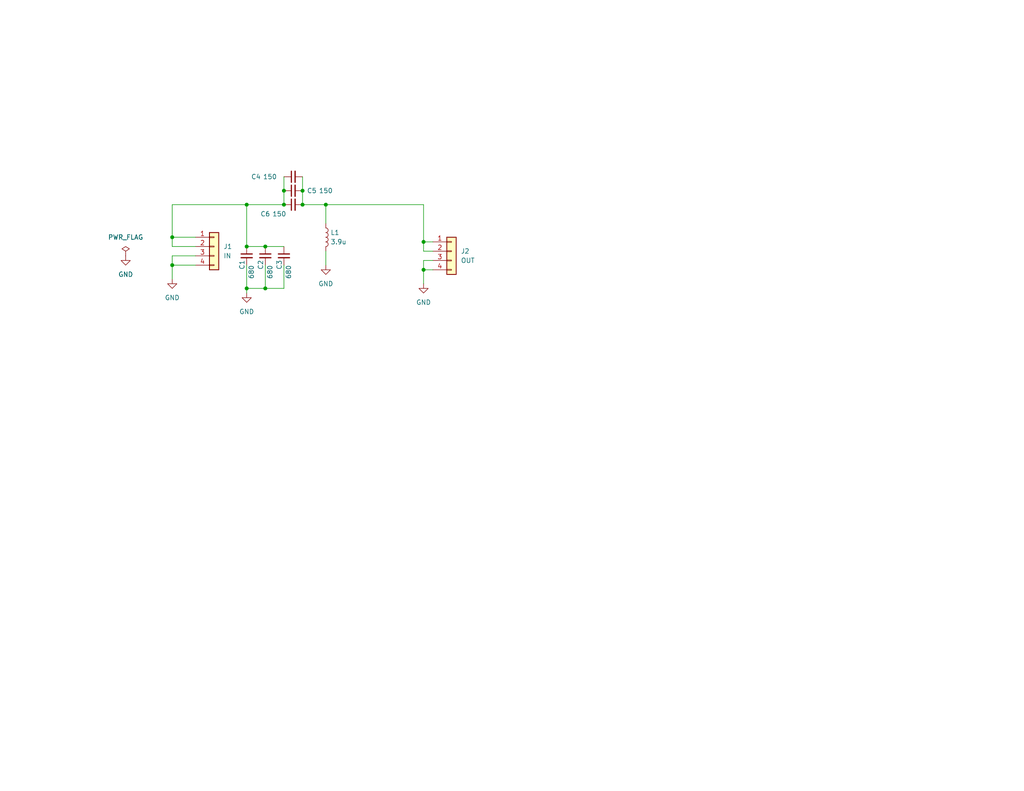
<source format=kicad_sch>
(kicad_sch (version 20211123) (generator eeschema)
  (paper "A")
  (lib_symbols
    (symbol "Connector_Generic:Conn_01x04" (pin_names (offset 1.016) hide)
      (property "Reference" "J" (at 0 5.08 0))
      (property "Value" "Conn_01x04" (at 0 -7.62 0))
      (symbol "Conn_01x04_1_1"
        (rectangle (start -1.27 -4.953) (end 0 -5.207) (stroke (width 0.1524)))
        (rectangle (start -1.27 -2.413) (end 0 -2.667) (stroke (width 0.1524)))
        (rectangle (start -1.27 0.127) (end 0 -0.127) (stroke (width 0.1524)))
        (rectangle (start -1.27 2.667) (end 0 2.413) (stroke (width 0.1524)))
        (rectangle (start -1.27 3.81) (end 1.27 -6.35) (stroke (width 0.254)) (fill (type background)))
        (pin passive line (at -5.08 2.54 0) (length 3.81) (name "Pin_1") (number "1"))
        (pin passive line (at -5.08 0 0) (length 3.81) (name "Pin_2") (number "2"))
        (pin passive line (at -5.08 -2.54 0) (length 3.81) (name "Pin_3") (number "3"))
        (pin passive line (at -5.08 -5.08 0) (length 3.81) (name "Pin_4") (number "4"))
      )
    )
    (symbol "Device:C_Small" (pin_numbers hide) (pin_names (offset 0.254) hide)
      (property "Reference" "C" (at 0.254 1.778 0))
      (property "Value" "C_Small" (at 0.254 -2.032 0))
      (symbol "C_Small_0_1"
        (polyline (pts (xy -1.524 -0.508) (xy 1.524 -0.508)) (stroke (width 0.3302)))
        (polyline (pts (xy -1.524 0.508) (xy 1.524 0.508)) (stroke (width 0.3048)))
      )
      (symbol "C_Small_1_1"
        (pin passive line (at 0 2.54 270) (length 2.032) (name "~") (number "1"))
        (pin passive line (at 0 -2.54 90) (length 2.032) (name "~") (number "2"))
      )
    )
    (symbol "Device:L" (pin_numbers hide) (pin_names (offset 1.016) hide)
      (property "Reference" "L" (at -1.27 0 90))
      (property "Value" "L" (at 1.905 0 90))
      (symbol "L_0_1"
        (arc (start 0 -2.54) (mid 0.635 -1.905) (end 0 -1.27))
        (arc (start 0 -1.27) (mid 0.635 -0.635) (end 0 0))
        (arc (start 0 0) (mid 0.635 0.635) (end 0 1.27))
        (arc (start 0 1.27) (mid 0.635 1.905) (end 0 2.54))
      )
      (symbol "L_1_1"
        (pin passive line (at 0 3.81 270) (length 1.27) (name "1") (number "1"))
        (pin passive line (at 0 -3.81 90) (length 1.27) (name "2") (number "2"))
      )
    )
    (symbol "power:GND" (power) (pin_names (offset 0))
      (property "Value" "GND" (at 0 -3.81 0))
      (symbol "GND_0_1"
        (polyline (pts (xy 0 0) (xy 0 -1.27) (xy 1.27 -1.27) (xy 0 -2.54) (xy -1.27 -1.27) (xy 0 -1.27)))
      )
      (symbol "GND_1_1"
        (pin power_in line (at 0 0 270) (length 0) hide (name "GND") (number "1"))
      )
    )
    (symbol "power:PWR_FLAG" (power) (pin_numbers hide) (pin_names (offset 0) hide)
      (property "Value" "PWR_FLAG" (at 0 3.81 0))
      (symbol "PWR_FLAG_0_0"
        (pin power_out line (at 0 0 90) (length 0) (name "pwr") (number "1"))
      )
      (symbol "PWR_FLAG_0_1"
        (polyline (pts (xy 0 0) (xy 0 1.27) (xy -1.016 1.905) (xy 0 2.54) (xy 1.016 1.905) (xy 0 1.27)))
      )
    )
  )
  (junction (at 115.57 66.04))
  (junction (at 82.55 52.07))
  (junction (at 72.39 78.74))
  (junction (at 67.31 78.74))
  (junction (at 46.99 64.77))
  (junction (at 67.31 67.31))
  (junction (at 46.99 72.39))
  (junction (at 72.39 67.31))
  (junction (at 77.47 52.07))
  (junction (at 67.31 55.88))
  (junction (at 82.55 55.88))
  (junction (at 77.47 55.88))
  (junction (at 88.9 55.88))
  (junction (at 115.57 73.66))
  (wire (pts (xy 115.57 66.04) (xy 115.57 68.58)))
  (wire (pts (xy 46.99 72.39) (xy 46.99 76.2)))
  (wire (pts (xy 67.31 72.39) (xy 67.31 78.74)))
  (wire (pts (xy 118.11 66.04) (xy 115.57 66.04)))
  (wire (pts (xy 77.47 48.26) (xy 77.47 52.07)))
  (wire (pts (xy 77.47 52.07) (xy 77.47 55.88)))
  (wire (pts (xy 88.9 55.88) (xy 88.9 60.96)))
  (wire (pts (xy 88.9 55.88) (xy 82.55 55.88)))
  (wire (pts (xy 46.99 69.85) (xy 46.99 72.39)))
  (wire (pts (xy 88.9 72.39) (xy 88.9 68.58)))
  (wire (pts (xy 118.11 71.12) (xy 115.57 71.12)))
  (wire (pts (xy 67.31 78.74) (xy 67.31 80.01)))
  (wire (pts (xy 77.47 55.88) (xy 67.31 55.88)))
  (wire (pts (xy 115.57 68.58) (xy 118.11 68.58)))
  (wire (pts (xy 46.99 55.88) (xy 46.99 64.77)))
  (wire (pts (xy 77.47 78.74) (xy 72.39 78.74)))
  (wire (pts (xy 82.55 52.07) (xy 82.55 55.88)))
  (wire (pts (xy 53.34 69.85) (xy 46.99 69.85)))
  (wire (pts (xy 72.39 78.74) (xy 67.31 78.74)))
  (wire (pts (xy 67.31 55.88) (xy 46.99 55.88)))
  (wire (pts (xy 72.39 67.31) (xy 77.47 67.31)))
  (wire (pts (xy 53.34 67.31) (xy 46.99 67.31)))
  (wire (pts (xy 46.99 67.31) (xy 46.99 64.77)))
  (wire (pts (xy 67.31 55.88) (xy 67.31 67.31)))
  (wire (pts (xy 77.47 72.39) (xy 77.47 78.74)))
  (wire (pts (xy 82.55 48.26) (xy 82.55 52.07)))
  (wire (pts (xy 72.39 72.39) (xy 72.39 78.74)))
  (wire (pts (xy 67.31 67.31) (xy 72.39 67.31)))
  (wire (pts (xy 115.57 71.12) (xy 115.57 73.66)))
  (wire (pts (xy 115.57 73.66) (xy 118.11 73.66)))
  (wire (pts (xy 115.57 73.66) (xy 115.57 77.47)))
  (wire (pts (xy 115.57 66.04) (xy 115.57 55.88)))
  (wire (pts (xy 46.99 64.77) (xy 53.34 64.77)))
  (wire (pts (xy 46.99 72.39) (xy 53.34 72.39)))
  (wire (pts (xy 115.57 55.88) (xy 88.9 55.88)))
  (symbol (lib_id "power:GND") (at 88.9 72.39 0) (unit 1)
    (property "Reference" "#PWR03" (effects hide))
    (property "Value" "GND" (at 88.9 77.47 0))
  )
  (symbol (lib_id "Device:C_Small") (at 80.01 52.07 90) (unit 1)
    (property "Reference" "C5" (at 85.09 52.07 90))
    (property "Value" "150" (at 88.9 52.07 90))
    (property "Footprint" "Capacitor_THT:C_Disc_D5.0mm_W2.5mm_P2.50mm" (effects hide))
  )
  (symbol (lib_id "Connector_Generic:Conn_01x04") (at 123.19 68.58 0) (unit 1)
    (property "Reference" "J2" (at 125.73 68.5799 0) (effects (justify left)))
    (property "Value" "OUT" (at 125.73 71.1199 0) (effects (justify left)))
    (property "Footprint" "Connector_PinHeader_2.54mm:PinHeader_1x04_P2.54mm_Vertical" (effects hide))
  )
  (symbol (lib_id "power:GND") (at 34.29 69.85 0) (unit 1)
    (property "Reference" "#PWR0101" (effects hide))
    (property "Value" "GND" (at 34.29 74.93 0))
  )
  (symbol (lib_id "power:GND") (at 115.57 77.47 0) (unit 1)
    (property "Reference" "#PWR04" (effects hide))
    (property "Value" "GND" (at 115.57 82.55 0))
  )
  (symbol (lib_id "power:GND") (at 46.99 76.2 0) (unit 1)
    (property "Reference" "#PWR01" (effects hide))
    (property "Value" "GND" (at 46.99 81.28 0))
  )
  (symbol (lib_id "Device:C_Small") (at 67.31 69.85 0) (unit 1)
    (property "Reference" "C1" (at 66.04 73.66 90) (effects (justify left)))
    (property "Value" "680" (at 68.58 76.2 90) (effects (justify left)))
    (property "Footprint" "Capacitor_THT:C_Disc_D5.0mm_W2.5mm_P2.50mm" (effects hide))
  )
  (symbol (lib_id "Device:C_Small") (at 80.01 48.26 90) (unit 1)
    (property "Reference" "C4" (at 69.85 48.26 90))
    (property "Value" "150" (at 73.66 48.26 90))
    (property "Footprint" "Capacitor_THT:C_Disc_D5.0mm_W2.5mm_P2.50mm" (effects hide))
  )
  (symbol (lib_id "Device:C_Small") (at 77.47 69.85 0) (unit 1)
    (property "Reference" "C3" (at 76.2 73.66 90) (effects (justify left)))
    (property "Value" "680" (at 78.74 76.2 90) (effects (justify left)))
    (property "Footprint" "Capacitor_THT:C_Disc_D5.0mm_W2.5mm_P2.50mm" (effects hide))
  )
  (symbol (lib_id "Device:C_Small") (at 80.01 55.88 90) (unit 1)
    (property "Reference" "C6" (at 72.39 58.42 90))
    (property "Value" "150" (at 76.2 58.42 90))
    (property "Footprint" "Capacitor_THT:C_Disc_D5.0mm_W2.5mm_P2.50mm" (effects hide))
  )
  (symbol (lib_id "Connector_Generic:Conn_01x04") (at 58.42 67.31 0) (unit 1)
    (property "Reference" "J1" (at 60.96 67.3099 0) (effects (justify left)))
    (property "Value" "IN" (at 60.96 69.8499 0) (effects (justify left)))
    (property "Footprint" "Connector_PinHeader_2.54mm:PinHeader_1x04_P2.54mm_Vertical" (effects hide))
  )
  (symbol (lib_id "Device:C_Small") (at 72.39 69.85 0) (unit 1)
    (property "Reference" "C2" (at 71.12 73.66 90) (effects (justify left)))
    (property "Value" "680" (at 73.66 76.2 90) (effects (justify left)))
    (property "Footprint" "Capacitor_THT:C_Disc_D5.0mm_W2.5mm_P2.50mm" (effects hide))
  )
  (symbol (lib_id "power:PWR_FLAG") (at 34.29 69.85 0) (unit 1)
    (property "Reference" "#FLG0101" (effects hide))
    (property "Value" "PWR_FLAG" (at 34.29 64.77 0))
  )
  (symbol (lib_id "power:GND") (at 67.31 80.01 0) (unit 1)
    (property "Reference" "#PWR02" (effects hide))
    (property "Value" "GND" (at 67.31 85.09 0))
  )
  (symbol (lib_id "Device:L") (at 88.9 64.77 0) (unit 1)
    (property "Reference" "L1" (at 90.17 63.4999 0) (effects (justify left)))
    (property "Value" "3.9u" (at 90.17 66.0399 0) (effects (justify left)))
    (property "Footprint" "Inductor_THT:L_Toroid_Vertical_L10.0mm_W5.0mm_P5.08mm" (effects hide))
  )
)
</source>
